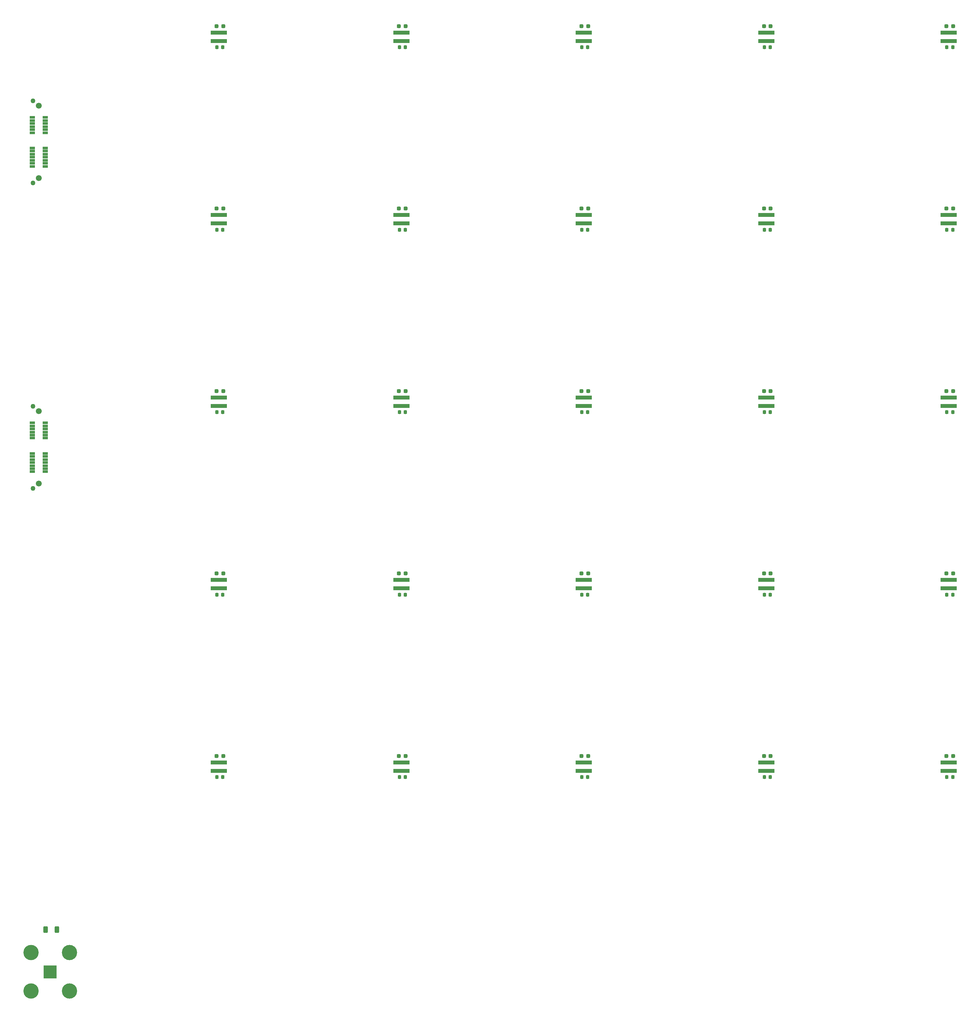
<source format=gbr>
%TF.GenerationSoftware,KiCad,Pcbnew,8.0.2-1*%
%TF.CreationDate,2024-06-21T16:09:21-04:00*%
%TF.ProjectId,OddLayers_3.0mm_SiPM,4f64644c-6179-4657-9273-5f332e306d6d,rev?*%
%TF.SameCoordinates,Original*%
%TF.FileFunction,Soldermask,Top*%
%TF.FilePolarity,Negative*%
%FSLAX46Y46*%
G04 Gerber Fmt 4.6, Leading zero omitted, Abs format (unit mm)*
G04 Created by KiCad (PCBNEW 8.0.2-1) date 2024-06-21 16:09:21*
%MOMM*%
%LPD*%
G01*
G04 APERTURE LIST*
G04 Aperture macros list*
%AMRoundRect*
0 Rectangle with rounded corners*
0 $1 Rounding radius*
0 $2 $3 $4 $5 $6 $7 $8 $9 X,Y pos of 4 corners*
0 Add a 4 corners polygon primitive as box body*
4,1,4,$2,$3,$4,$5,$6,$7,$8,$9,$2,$3,0*
0 Add four circle primitives for the rounded corners*
1,1,$1+$1,$2,$3*
1,1,$1+$1,$4,$5*
1,1,$1+$1,$6,$7*
1,1,$1+$1,$8,$9*
0 Add four rect primitives between the rounded corners*
20,1,$1+$1,$2,$3,$4,$5,0*
20,1,$1+$1,$4,$5,$6,$7,0*
20,1,$1+$1,$6,$7,$8,$9,0*
20,1,$1+$1,$8,$9,$2,$3,0*%
G04 Aperture macros list end*
%ADD10RoundRect,0.237500X-0.287500X-0.237500X0.287500X-0.237500X0.287500X0.237500X-0.287500X0.237500X0*%
%ADD11RoundRect,0.225000X-0.225000X-0.250000X0.225000X-0.250000X0.225000X0.250000X-0.225000X0.250000X0*%
%ADD12R,4.200000X1.000000*%
%ADD13C,1.270000*%
%ADD14RoundRect,0.102000X-0.600000X0.250000X-0.600000X-0.250000X0.600000X-0.250000X0.600000X0.250000X0*%
%ADD15C,1.552000*%
%ADD16RoundRect,0.250000X-0.312500X-0.625000X0.312500X-0.625000X0.312500X0.625000X-0.312500X0.625000X0*%
%ADD17R,3.500000X3.500000*%
%ADD18C,4.000000*%
G04 APERTURE END LIST*
D10*
%TO.C,REF\u002A\u002A34*%
X297775000Y-165265000D03*
D11*
X297875000Y-170800000D03*
D12*
X298400000Y-166950000D03*
D11*
X299425000Y-170800000D03*
D10*
X299525000Y-165265000D03*
D12*
X298400000Y-169150000D03*
%TD*%
D10*
%TO.C,REF\u002A\u002A40*%
X106575000Y-260865000D03*
D11*
X106675000Y-266400000D03*
D12*
X107200000Y-262550000D03*
D11*
X108225000Y-266400000D03*
D10*
X108325000Y-260865000D03*
D12*
X107200000Y-264750000D03*
%TD*%
D10*
%TO.C,REF\u002A\u002A30*%
X106575000Y-165265000D03*
D11*
X106675000Y-170800000D03*
D12*
X107200000Y-166950000D03*
D11*
X108225000Y-170800000D03*
D10*
X108325000Y-165265000D03*
D12*
X107200000Y-169150000D03*
%TD*%
D10*
%TO.C,REF\u002A\u002A24*%
X297775000Y-69665000D03*
D11*
X297875000Y-75200000D03*
D12*
X298400000Y-71350000D03*
D11*
X299425000Y-75200000D03*
D10*
X299525000Y-69665000D03*
D12*
X298400000Y-73550000D03*
%TD*%
D10*
%TO.C,REF\u002A\u002A43*%
X249975000Y-260865000D03*
D11*
X250075000Y-266400000D03*
D12*
X250600000Y-262550000D03*
D11*
X251625000Y-266400000D03*
D10*
X251725000Y-260865000D03*
D12*
X250600000Y-264750000D03*
%TD*%
D10*
%TO.C,REF\u002A\u002A38*%
X249975000Y-213065000D03*
D11*
X250075000Y-218600000D03*
D12*
X250600000Y-214750000D03*
D11*
X251625000Y-218600000D03*
D10*
X251725000Y-213065000D03*
D12*
X250600000Y-216950000D03*
%TD*%
D10*
%TO.C,REF\u002A\u002A22*%
X202175000Y-69665000D03*
D11*
X202275000Y-75200000D03*
D12*
X202800000Y-71350000D03*
D11*
X203825000Y-75200000D03*
D10*
X203925000Y-69665000D03*
D12*
X202800000Y-73550000D03*
%TD*%
D10*
%TO.C,REF\u002A\u002A28*%
X249975000Y-117465000D03*
D11*
X250075000Y-123000000D03*
D12*
X250600000Y-119150000D03*
D11*
X251625000Y-123000000D03*
D10*
X251725000Y-117465000D03*
D12*
X250600000Y-121350000D03*
%TD*%
D10*
%TO.C,REF\u002A\u002A23*%
X249975000Y-69665000D03*
D11*
X250075000Y-75200000D03*
D12*
X250600000Y-71350000D03*
D11*
X251625000Y-75200000D03*
D10*
X251725000Y-69665000D03*
D12*
X250600000Y-73550000D03*
%TD*%
D10*
%TO.C,REF\u002A\u002A32*%
X202175000Y-165265000D03*
D11*
X202275000Y-170800000D03*
D12*
X202800000Y-166950000D03*
D11*
X203825000Y-170800000D03*
D10*
X203925000Y-165265000D03*
D12*
X202800000Y-169150000D03*
%TD*%
D10*
%TO.C,REF\u002A\u002A44*%
X297775000Y-260865000D03*
D11*
X297875000Y-266400000D03*
D12*
X298400000Y-262550000D03*
D11*
X299425000Y-266400000D03*
D10*
X299525000Y-260865000D03*
D12*
X298400000Y-264750000D03*
%TD*%
D10*
%TO.C,REF\u002A\u002A26*%
X154375000Y-117465000D03*
D11*
X154475000Y-123000000D03*
D12*
X155000000Y-119150000D03*
D11*
X156025000Y-123000000D03*
D10*
X156125000Y-117465000D03*
D12*
X155000000Y-121350000D03*
%TD*%
D10*
%TO.C,REF\u002A\u002A36*%
X154375000Y-213065000D03*
D11*
X154475000Y-218600000D03*
D12*
X155000000Y-214750000D03*
D11*
X156025000Y-218600000D03*
D10*
X156125000Y-213065000D03*
D12*
X155000000Y-216950000D03*
%TD*%
D10*
%TO.C,REF\u002A\u002A20*%
X106575000Y-69665000D03*
D11*
X106675000Y-75200000D03*
D12*
X107200000Y-71350000D03*
D11*
X108225000Y-75200000D03*
D10*
X108325000Y-69665000D03*
D12*
X107200000Y-73550000D03*
%TD*%
D10*
%TO.C,REF\u002A\u002A25*%
X106575000Y-117465000D03*
D11*
X106675000Y-123000000D03*
D12*
X107200000Y-119150000D03*
D11*
X108225000Y-123000000D03*
D10*
X108325000Y-117465000D03*
D12*
X107200000Y-121350000D03*
%TD*%
D10*
%TO.C,REF\u002A\u002A37*%
X202175000Y-213065000D03*
D11*
X202275000Y-218600000D03*
D12*
X202800000Y-214750000D03*
D11*
X203825000Y-218600000D03*
D10*
X203925000Y-213065000D03*
D12*
X202800000Y-216950000D03*
%TD*%
D10*
%TO.C,REF\u002A\u002A31*%
X154375000Y-165265000D03*
D11*
X154475000Y-170800000D03*
D12*
X155000000Y-166950000D03*
D11*
X156025000Y-170800000D03*
D10*
X156125000Y-165265000D03*
D12*
X155000000Y-169150000D03*
%TD*%
D10*
%TO.C,REF\u002A\u002A27*%
X202175000Y-117465000D03*
D11*
X202275000Y-123000000D03*
D12*
X202800000Y-119150000D03*
D11*
X203825000Y-123000000D03*
D10*
X203925000Y-117465000D03*
D12*
X202800000Y-121350000D03*
%TD*%
D10*
%TO.C,REF\u002A\u002A41*%
X154375000Y-260865000D03*
D11*
X154475000Y-266400000D03*
D12*
X155000000Y-262550000D03*
D11*
X156025000Y-266400000D03*
D10*
X156125000Y-260865000D03*
D12*
X155000000Y-264750000D03*
%TD*%
D10*
%TO.C,REF\u002A\u002A29*%
X297775000Y-117465000D03*
D11*
X297875000Y-123000000D03*
D12*
X298400000Y-119150000D03*
D11*
X299425000Y-123000000D03*
D10*
X299525000Y-117465000D03*
D12*
X298400000Y-121350000D03*
%TD*%
D10*
%TO.C,REF\u002A\u002A21*%
X154375000Y-69665000D03*
D11*
X154475000Y-75200000D03*
D12*
X155000000Y-71350000D03*
D11*
X156025000Y-75200000D03*
D10*
X156125000Y-69665000D03*
D12*
X155000000Y-73550000D03*
%TD*%
D10*
%TO.C,REF\u002A\u002A42*%
X202175000Y-260865000D03*
D11*
X202275000Y-266400000D03*
D12*
X202800000Y-262550000D03*
D11*
X203825000Y-266400000D03*
D10*
X203925000Y-260865000D03*
D12*
X202800000Y-264750000D03*
%TD*%
D10*
%TO.C,REF\u002A\u002A35*%
X106575000Y-213065000D03*
D11*
X106675000Y-218600000D03*
D12*
X107200000Y-214750000D03*
D11*
X108225000Y-218600000D03*
D10*
X108325000Y-213065000D03*
D12*
X107200000Y-216950000D03*
%TD*%
D10*
%TO.C,REF\u002A\u002A39*%
X297775000Y-213065000D03*
D11*
X297875000Y-218600000D03*
D12*
X298400000Y-214750000D03*
D11*
X299425000Y-218600000D03*
D10*
X299525000Y-213065000D03*
D12*
X298400000Y-216950000D03*
%TD*%
D10*
%TO.C,REF\u002A\u002A33*%
X249975000Y-165265000D03*
D11*
X250075000Y-170800000D03*
D12*
X250600000Y-166950000D03*
D11*
X251625000Y-170800000D03*
D10*
X251725000Y-165265000D03*
D12*
X250600000Y-169150000D03*
%TD*%
D13*
%TO.C,REF\u002A\u002A*%
X58500000Y-89255000D03*
X58500000Y-110745000D03*
D14*
X58300000Y-93600000D03*
X61700000Y-93600000D03*
X58300000Y-94400000D03*
X61700000Y-94400000D03*
X58300000Y-95200000D03*
X61700000Y-95200000D03*
X58300000Y-96000000D03*
X61700000Y-96000000D03*
X58300000Y-96800000D03*
X61700000Y-96800000D03*
X58300000Y-97600000D03*
X61700000Y-97600000D03*
X58300000Y-101600000D03*
X61700000Y-101600000D03*
X58300000Y-102400000D03*
X61700000Y-102400000D03*
X58300000Y-103200000D03*
X61700000Y-103200000D03*
X58300000Y-104000000D03*
X61700000Y-104000000D03*
X58300000Y-104800000D03*
X61700000Y-104800000D03*
X58300000Y-105600000D03*
X61700000Y-105600000D03*
X58300000Y-106400000D03*
X61700000Y-106400000D03*
D15*
X60000000Y-90505000D03*
X60000000Y-109495000D03*
%TD*%
D13*
%TO.C,REF\u002A\u002A*%
X58500000Y-169255000D03*
X58500000Y-190745000D03*
D14*
X58300000Y-173600000D03*
X61700000Y-173600000D03*
X58300000Y-174400000D03*
X61700000Y-174400000D03*
X58300000Y-175200000D03*
X61700000Y-175200000D03*
X58300000Y-176000000D03*
X61700000Y-176000000D03*
X58300000Y-176800000D03*
X61700000Y-176800000D03*
X58300000Y-177600000D03*
X61700000Y-177600000D03*
X58300000Y-181600000D03*
X61700000Y-181600000D03*
X58300000Y-182400000D03*
X61700000Y-182400000D03*
X58300000Y-183200000D03*
X61700000Y-183200000D03*
X58300000Y-184000000D03*
X61700000Y-184000000D03*
X58300000Y-184800000D03*
X61700000Y-184800000D03*
X58300000Y-185600000D03*
X61700000Y-185600000D03*
X58300000Y-186400000D03*
X61700000Y-186400000D03*
D15*
X60000000Y-170505000D03*
X60000000Y-189495000D03*
%TD*%
D16*
%TO.C,50 \u03A9*%
X61837500Y-306300000D03*
X64762500Y-306300000D03*
%TD*%
D17*
%TO.C,LEDs*%
X63000000Y-317400000D03*
D18*
X57975000Y-322425000D03*
X68025000Y-322425000D03*
X57975000Y-312375000D03*
X68025000Y-312375000D03*
%TD*%
M02*

</source>
